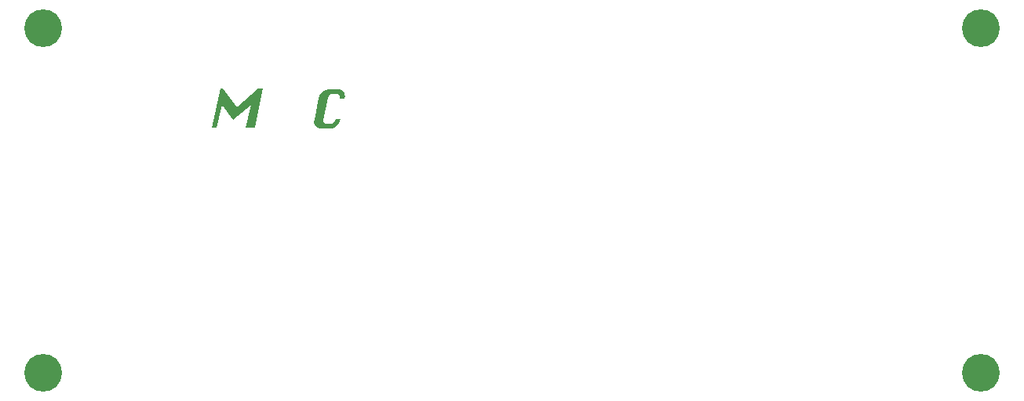
<source format=gbr>
%TF.GenerationSoftware,KiCad,Pcbnew,8.0.8*%
%TF.CreationDate,2025-02-26T19:38:44-05:00*%
%TF.ProjectId,MiniCamel_FrontPlate,4d696e69-4361-46d6-956c-5f46726f6e74,rev?*%
%TF.SameCoordinates,Original*%
%TF.FileFunction,Soldermask,Top*%
%TF.FilePolarity,Negative*%
%FSLAX46Y46*%
G04 Gerber Fmt 4.6, Leading zero omitted, Abs format (unit mm)*
G04 Created by KiCad (PCBNEW 8.0.8) date 2025-02-26 19:38:44*
%MOMM*%
%LPD*%
G01*
G04 APERTURE LIST*
%ADD10C,0.300000*%
%ADD11C,4.064000*%
G04 APERTURE END LIST*
D10*
G36*
X113373739Y-81604530D02*
G01*
X113295963Y-81839003D01*
X113199411Y-82042213D01*
X113084082Y-82214160D01*
X112913518Y-82385130D01*
X112713616Y-82507251D01*
X112484375Y-82580524D01*
X112279860Y-82603972D01*
X112225798Y-82604949D01*
X111310375Y-82604949D01*
X111104081Y-82582383D01*
X110906588Y-82504378D01*
X110742487Y-82370655D01*
X110699768Y-82319673D01*
X110600000Y-82150000D01*
X110545160Y-81941173D01*
X110546216Y-81734955D01*
X110562015Y-81637747D01*
X111046593Y-79306693D01*
X111111362Y-79098132D01*
X111215544Y-78905490D01*
X111341238Y-78747617D01*
X111455944Y-78637468D01*
X111624716Y-78513087D01*
X111801792Y-78424244D01*
X112010929Y-78366773D01*
X112180857Y-78353169D01*
X113096279Y-78353169D01*
X113303886Y-78368801D01*
X113517369Y-78432304D01*
X113679714Y-78544655D01*
X113790921Y-78705856D01*
X113850990Y-78915905D01*
X113862225Y-79119115D01*
X113840731Y-79353588D01*
X113320983Y-79353588D01*
X113320311Y-79134746D01*
X113246141Y-78949122D01*
X113070448Y-78857775D01*
X113005421Y-78853378D01*
X112547221Y-78853378D01*
X112355258Y-78897892D01*
X112214074Y-78994062D01*
X112086579Y-79147691D01*
X112016726Y-79329163D01*
X111528240Y-81676826D01*
X111534575Y-81875884D01*
X111587835Y-81977733D01*
X111748020Y-82089732D01*
X111858456Y-82104739D01*
X112316656Y-82104739D01*
X112512183Y-82065172D01*
X112672316Y-81946470D01*
X112784942Y-81774523D01*
X112851059Y-81604530D01*
X113373739Y-81604530D01*
G37*
G36*
X99530759Y-82564949D02*
G01*
X100413941Y-78313169D01*
X100662092Y-78313169D01*
X102189098Y-80290559D01*
X104535784Y-78313169D01*
X105042832Y-78313169D01*
X104159650Y-82564949D01*
X103180724Y-82564949D01*
X103702427Y-80054132D01*
X101803195Y-81655388D01*
X100575142Y-80045339D01*
X100051485Y-82564949D01*
X99530759Y-82564949D01*
G37*
D11*
%TO.C,REF\u002A\u002A*%
X81310000Y-71791723D03*
X182460000Y-71791723D03*
X81310000Y-109010000D03*
X182460000Y-109010000D03*
%TD*%
M02*

</source>
